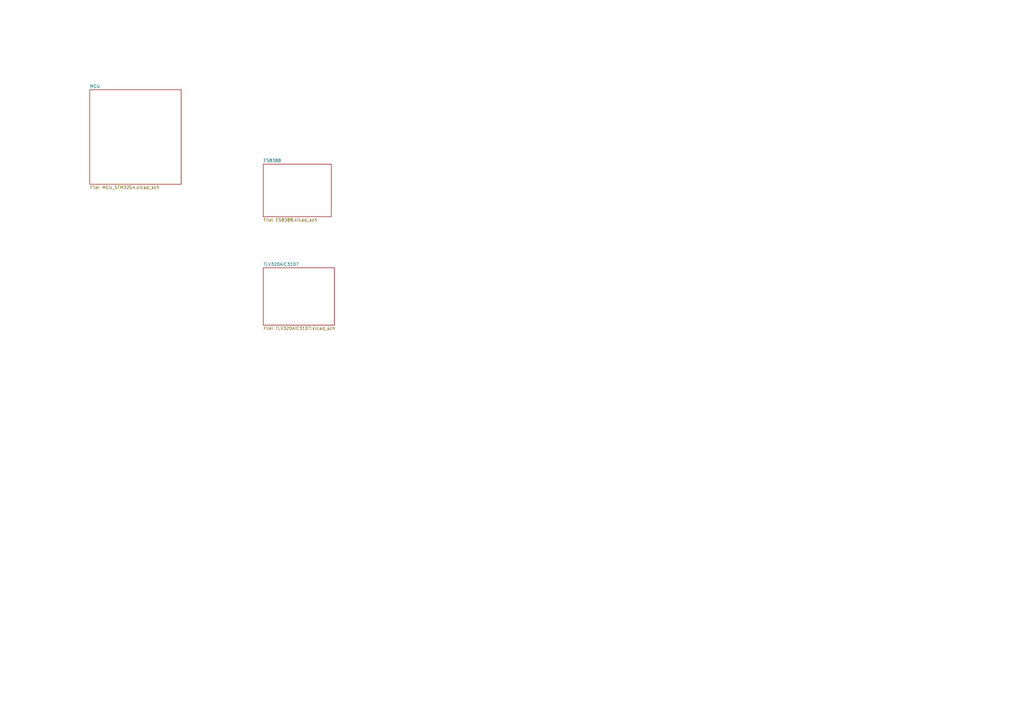
<source format=kicad_sch>
(kicad_sch
	(version 20250114)
	(generator "eeschema")
	(generator_version "9.0")
	(uuid "2cbbaa84-a374-4150-834d-73ca88d110cf")
	(paper "A3")
	(lib_symbols)
	(sheet
		(at 107.95 67.31)
		(size 27.94 21.59)
		(exclude_from_sim no)
		(in_bom yes)
		(on_board yes)
		(dnp no)
		(fields_autoplaced yes)
		(stroke
			(width 0.1524)
			(type solid)
		)
		(fill
			(color 0 0 0 0.0000)
		)
		(uuid "3c4cb0e4-88dc-4739-b0af-c10870f83f61")
		(property "Sheetname" "ES8388"
			(at 107.95 66.5984 0)
			(effects
				(font
					(size 1.27 1.27)
				)
				(justify left bottom)
			)
		)
		(property "Sheetfile" "ES8388.kicad_sch"
			(at 107.95 89.4846 0)
			(effects
				(font
					(size 1.27 1.27)
				)
				(justify left top)
			)
		)
		(instances
			(project "Stm32_audio"
				(path "/2cbbaa84-a374-4150-834d-73ca88d110cf"
					(page "3")
				)
			)
		)
	)
	(sheet
		(at 36.83 36.83)
		(size 37.465 38.735)
		(exclude_from_sim no)
		(in_bom yes)
		(on_board yes)
		(dnp no)
		(fields_autoplaced yes)
		(stroke
			(width 0.1524)
			(type solid)
		)
		(fill
			(color 0 0 0 0.0000)
		)
		(uuid "867f5a14-acc6-4b5d-8bdd-c13f88ba4fe0")
		(property "Sheetname" "MCU"
			(at 36.83 36.1184 0)
			(effects
				(font
					(size 1.27 1.27)
				)
				(justify left bottom)
			)
		)
		(property "Sheetfile" "MCU_STM32G4.kicad_sch"
			(at 36.83 76.1496 0)
			(effects
				(font
					(size 1.27 1.27)
				)
				(justify left top)
			)
		)
		(instances
			(project "Stm32_audio"
				(path "/2cbbaa84-a374-4150-834d-73ca88d110cf"
					(page "2")
				)
			)
		)
	)
	(sheet
		(at 107.95 109.855)
		(size 29.21 23.495)
		(exclude_from_sim no)
		(in_bom yes)
		(on_board yes)
		(dnp no)
		(fields_autoplaced yes)
		(stroke
			(width 0.1524)
			(type solid)
		)
		(fill
			(color 0 0 0 0.0000)
		)
		(uuid "aab4b47e-3799-45e8-8a31-0bddcccd828e")
		(property "Sheetname" "TLV320AIC3107"
			(at 107.95 109.1434 0)
			(effects
				(font
					(size 1.27 1.27)
				)
				(justify left bottom)
			)
		)
		(property "Sheetfile" "TLV320AIC3107.kicad_sch"
			(at 107.95 133.9346 0)
			(effects
				(font
					(size 1.27 1.27)
				)
				(justify left top)
			)
		)
		(property "Field2" ""
			(at 107.95 109.855 0)
			(effects
				(font
					(size 1.27 1.27)
				)
				(hide yes)
			)
		)
		(instances
			(project "Stm32_audio"
				(path "/2cbbaa84-a374-4150-834d-73ca88d110cf"
					(page "4")
				)
			)
		)
	)
	(sheet_instances
		(path "/"
			(page "1")
		)
	)
	(embedded_fonts no)
)

</source>
